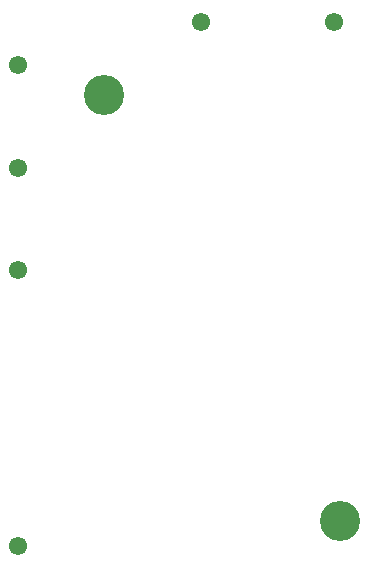
<source format=gbr>
%TF.GenerationSoftware,Altium Limited,Altium Designer,22.9.1 (49)*%
G04 Layer_Color=0*
%FSLAX45Y45*%
%MOMM*%
%TF.SameCoordinates,EA90029D-DDF1-4691-B258-B80E594B725E*%
%TF.FilePolarity,Positive*%
%TF.FileFunction,NonPlated,1,4,NPTH,Drill*%
%TF.Part,Single*%
G01*
G75*
%TA.AperFunction,ComponentDrill*%
%ADD88C,1.55000*%
%ADD89C,1.55000*%
%TA.AperFunction,OtherDrill,Pad Free-2 (54mm,80mm)*%
%ADD90C,3.40000*%
%TA.AperFunction,OtherDrill,Pad Free-2 (74mm,44mm)*%
%ADD91C,3.40000*%
D88*
X4670001Y8256002D02*
D03*
X4673997Y4183000D02*
D03*
X4670001Y7386277D02*
D03*
X4674004Y6522552D02*
D03*
D89*
X6220001Y8620002D02*
D03*
X7350000Y8619999D02*
D03*
D90*
X5400000Y8000000D02*
D03*
D91*
X7400000Y4400000D02*
D03*
%TF.MD5,047024eb07c4cf96e85a02e7f8ddef88*%
M02*

</source>
